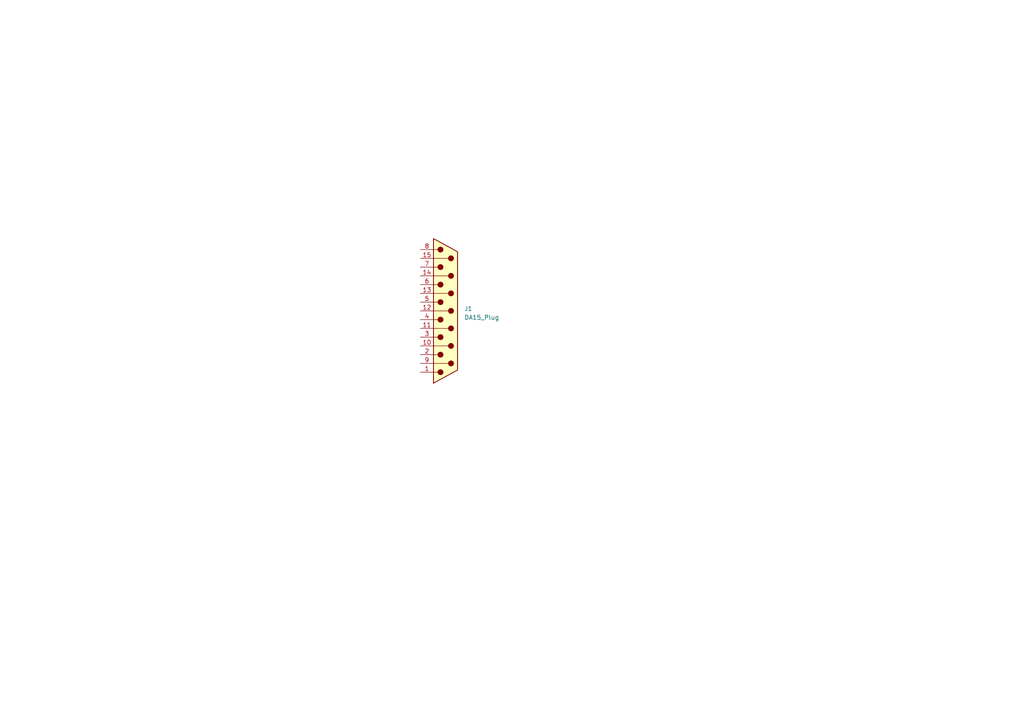
<source format=kicad_sch>
(kicad_sch (version 20230121) (generator eeschema)
  (paper "A4")
  (title_block (title "mouse_joystick_controller") (date "2023-04-04") (rev "2.0") (company "Howard Hughes Medical Institute"))
  (lib_symbols
    (symbol "Janelia:DA15_Plug_Vertical_SMD_09552296812741" (pin_names (offset 1.016) hide)
      (property "Reference" "J" (at 0.508 21.59 0))
      (property "Value" "DA15_Plug" (at 0 -22.225 0))
      (symbol "DA15_Plug_Vertical_SMD_09552296812741_0_1"
        (circle (center -1.778 -17.78) (radius 0.762) (fill (type outline)))
        (circle (center -1.778 -12.7) (radius 0.762) (fill (type outline)))
        (circle (center -1.778 -7.62) (radius 0.762) (fill (type outline)))
        (circle (center -1.778 -2.54) (radius 0.762) (fill (type outline)))
        (circle (center -1.778 2.54) (radius 0.762) (fill (type outline)))
        (circle (center -1.778 7.62) (radius 0.762) (fill (type outline)))
        (circle (center -1.778 12.7) (radius 0.762) (fill (type outline)))
        (circle (center -1.778 17.78) (radius 0.762) (fill (type outline)))
        (polyline (pts (xy -3.81 -17.78) (xy -2.54 -17.78)))
        (polyline (pts (xy -3.81 -15.24) (xy 0.508 -15.24)))
        (polyline (pts (xy -3.81 -12.7) (xy -2.54 -12.7)))
        (polyline (pts (xy -3.81 -10.16) (xy 0.508 -10.16)))
        (polyline (pts (xy -3.81 -7.62) (xy -2.54 -7.62)))
        (polyline (pts (xy -3.81 -5.08) (xy 0.508 -5.08)))
        (polyline (pts (xy -3.81 -2.54) (xy -2.54 -2.54)))
        (polyline (pts (xy -3.81 0) (xy 0.508 0)))
        (polyline (pts (xy -3.81 2.54) (xy -2.54 2.54)))
        (polyline (pts (xy -3.81 5.08) (xy 0.508 5.08)))
        (polyline (pts (xy -3.81 7.62) (xy -2.54 7.62)))
        (polyline (pts (xy -3.81 10.16) (xy 0.508 10.16)))
        (polyline (pts (xy -3.81 12.7) (xy -2.54 12.7)))
        (polyline (pts (xy -3.81 15.24) (xy 0.508 15.24)))
        (polyline (pts (xy -3.81 17.78) (xy -2.54 17.78)))
        (polyline (pts (xy -3.81 -20.955) (xy 3.175 -17.145) (xy 3.175 17.145) (xy -3.81 20.955) (xy -3.81 -20.955)) (stroke (width 0.254)) (fill (type background)))
        (circle (center 1.27 -15.24) (radius 0.762) (fill (type outline)))
        (circle (center 1.27 -10.16) (radius 0.762) (fill (type outline)))
        (circle (center 1.27 -5.08) (radius 0.762) (fill (type outline)))
        (circle (center 1.27 0) (radius 0.762) (fill (type outline)))
        (circle (center 1.27 5.08) (radius 0.762) (fill (type outline)))
        (circle (center 1.27 10.16) (radius 0.762) (fill (type outline)))
        (circle (center 1.27 15.24) (radius 0.762) (fill (type outline)))
      )
      (symbol "DA15_Plug_Vertical_SMD_09552296812741_1_1"
        (pin passive line (at -7.62 -17.78 0) (length 3.81) (name "1") (number "1"))
        (pin passive line (at -7.62 -10.16 0) (length 3.81) (name "P10") (number "10"))
        (pin passive line (at -7.62 -5.08 0) (length 3.81) (name "P111") (number "11"))
        (pin passive line (at -7.62 0 0) (length 3.81) (name "P12") (number "12"))
        (pin passive line (at -7.62 5.08 0) (length 3.81) (name "P13") (number "13"))
        (pin passive line (at -7.62 10.16 0) (length 3.81) (name "P14") (number "14"))
        (pin passive line (at -7.62 15.24 0) (length 3.81) (name "P15") (number "15"))
        (pin passive line (at -7.62 -12.7 0) (length 3.81) (name "2") (number "2"))
        (pin passive line (at -7.62 -7.62 0) (length 3.81) (name "3") (number "3"))
        (pin passive line (at -7.62 -2.54 0) (length 3.81) (name "4") (number "4"))
        (pin passive line (at -7.62 2.54 0) (length 3.81) (name "5") (number "5"))
        (pin passive line (at -7.62 7.62 0) (length 3.81) (name "6") (number "6"))
        (pin passive line (at -7.62 12.7 0) (length 3.81) (name "7") (number "7"))
        (pin passive line (at -7.62 17.78 0) (length 3.81) (name "8") (number "8"))
        (pin passive line (at -7.62 -15.24 0) (length 3.81) (name "P9") (number "9"))
      )
    )
  )
  (symbol (lib_id "Janelia:DA15_Plug_Vertical_SMD_09552296812741") (at 129.54 90.17 0) (unit 1)
    (property "Reference" "J1" (at 134.62 89.535 0) (effects (justify left)))
    (property "Value" "DA15_Plug" (at 134.62 92.075 0) (effects (justify left)))
    (property "Footprint" "Janelia:DSUB-15_Male_Vertical_SMD_09552296812741" (effects hide))
    (property "Datasheet" " ~" (effects hide))
    (property "Manufacturer" "HARTING" (effects hide))
    (property "Manufacturer Part Number" "09552296812741" (effects hide))
    (property "Description" "CONN D-SUB PLUG 15POS SMD SLDR" (effects hide))
    (property "Vendor" "Digi-Key" (effects hide))
    (property "Vendor Part Number" "1195-4008-1-ND" (effects hide))
  )
)
</source>
